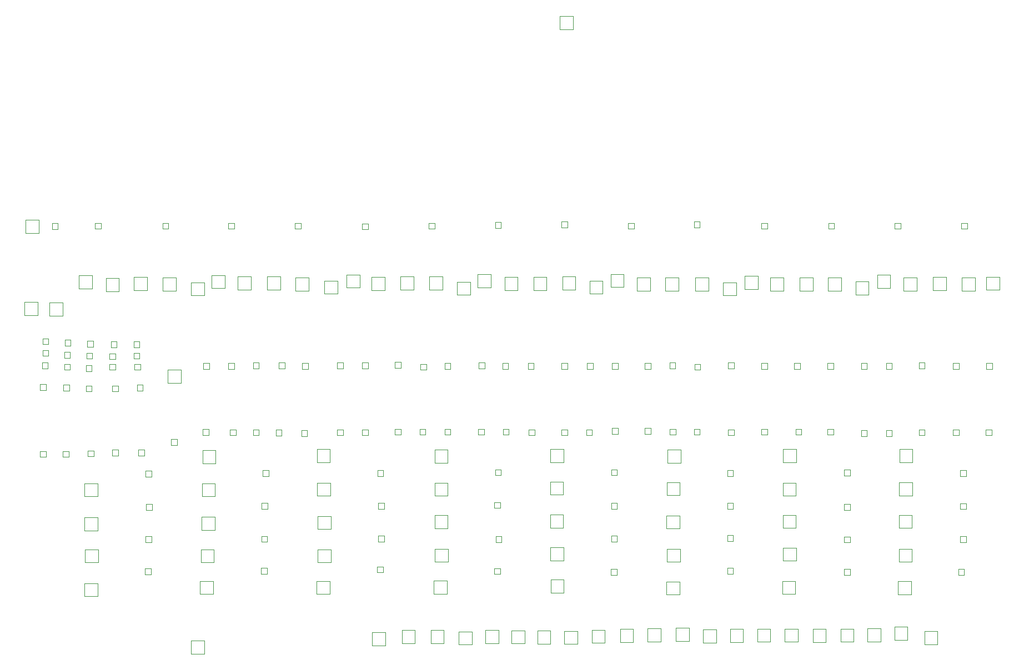
<source format=gbr>
G04 #@! TF.GenerationSoftware,KiCad,Pcbnew,(6.99.0-5233-gf2fcd4b8e1)*
G04 #@! TF.CreationDate,2023-01-05T13:17:03+01:00*
G04 #@! TF.ProjectId,208_PROGRAM_CARD_PROTO_vintage,3230385f-5052-44f4-9752-414d5f434152,1.0*
G04 #@! TF.SameCoordinates,Original*
G04 #@! TF.FileFunction,Other,User*
%FSLAX46Y46*%
G04 Gerber Fmt 4.6, Leading zero omitted, Abs format (unit mm)*
G04 Created by KiCad (PCBNEW (6.99.0-5233-gf2fcd4b8e1)) date 2023-01-05 13:17:03*
%MOMM*%
%LPD*%
G01*
G04 APERTURE LIST*
%ADD10C,0.050000*%
G04 APERTURE END LIST*
D10*
X73600000Y-71900000D02*
X74500000Y-71900000D01*
X73600000Y-72800000D02*
X73600000Y-71900000D01*
X74500000Y-71900000D02*
X74500000Y-72800000D01*
X74500000Y-72800000D02*
X73600000Y-72800000D01*
X126700000Y-80000000D02*
X126700000Y-82000000D01*
X126700000Y-80000000D02*
X128700000Y-80000000D01*
X128700000Y-82000000D02*
X126700000Y-82000000D01*
X128700000Y-82000000D02*
X128700000Y-80000000D01*
X187600000Y-80200000D02*
X187600000Y-82200000D01*
X187600000Y-80200000D02*
X189600000Y-80200000D01*
X189600000Y-82200000D02*
X187600000Y-82200000D01*
X189600000Y-82200000D02*
X189600000Y-80200000D01*
X106400000Y-80000000D02*
X106400000Y-82000000D01*
X106400000Y-80000000D02*
X108400000Y-80000000D01*
X108400000Y-82000000D02*
X106400000Y-82000000D01*
X108400000Y-82000000D02*
X108400000Y-80000000D01*
X171700000Y-80200000D02*
X171700000Y-82200000D01*
X171700000Y-80200000D02*
X173700000Y-80200000D01*
X173700000Y-82200000D02*
X171700000Y-82200000D01*
X173700000Y-82200000D02*
X173700000Y-80200000D01*
X162800000Y-80200000D02*
X162800000Y-82200000D01*
X162800000Y-80200000D02*
X164800000Y-80200000D01*
X164800000Y-82200000D02*
X162800000Y-82200000D01*
X164800000Y-82200000D02*
X164800000Y-80200000D01*
X101900000Y-80000000D02*
X101900000Y-82000000D01*
X101900000Y-80000000D02*
X103900000Y-80000000D01*
X103900000Y-82000000D02*
X101900000Y-82000000D01*
X103900000Y-82000000D02*
X103900000Y-80000000D01*
X142600000Y-80100000D02*
X142600000Y-82100000D01*
X142600000Y-80100000D02*
X144600000Y-80100000D01*
X144600000Y-82100000D02*
X142600000Y-82100000D01*
X144600000Y-82100000D02*
X144600000Y-80100000D01*
X167100000Y-80200000D02*
X167100000Y-82200000D01*
X167100000Y-80200000D02*
X169100000Y-80200000D01*
X169100000Y-82200000D02*
X167100000Y-82200000D01*
X169100000Y-82200000D02*
X169100000Y-80200000D01*
X122300000Y-80100000D02*
X122300000Y-82100000D01*
X122300000Y-80100000D02*
X124300000Y-80100000D01*
X124300000Y-82100000D02*
X122300000Y-82100000D01*
X124300000Y-82100000D02*
X124300000Y-80100000D01*
X203400000Y-80200000D02*
X203400000Y-82200000D01*
X203400000Y-80200000D02*
X205400000Y-80200000D01*
X205400000Y-82200000D02*
X203400000Y-82200000D01*
X205400000Y-82200000D02*
X205400000Y-80200000D01*
X131100000Y-80000000D02*
X131100000Y-82000000D01*
X131100000Y-80000000D02*
X133100000Y-80000000D01*
X133100000Y-82000000D02*
X131100000Y-82000000D01*
X133100000Y-82000000D02*
X133100000Y-80000000D01*
X212300000Y-80200000D02*
X212300000Y-82200000D01*
X212300000Y-80200000D02*
X214300000Y-80200000D01*
X214300000Y-82200000D02*
X212300000Y-82200000D01*
X214300000Y-82200000D02*
X214300000Y-80200000D01*
X207900000Y-80100000D02*
X207900000Y-82100000D01*
X207900000Y-80100000D02*
X209900000Y-80100000D01*
X209900000Y-82100000D02*
X207900000Y-82100000D01*
X209900000Y-82100000D02*
X209900000Y-80100000D01*
X151400000Y-80000000D02*
X151400000Y-82000000D01*
X151400000Y-80000000D02*
X153400000Y-80000000D01*
X153400000Y-82000000D02*
X151400000Y-82000000D01*
X153400000Y-82000000D02*
X153400000Y-80000000D01*
X191900000Y-80200000D02*
X191900000Y-82200000D01*
X191900000Y-80200000D02*
X193900000Y-80200000D01*
X193900000Y-82200000D02*
X191900000Y-82200000D01*
X193900000Y-82200000D02*
X193900000Y-80200000D01*
X147000000Y-80100000D02*
X147000000Y-82100000D01*
X147000000Y-80100000D02*
X149000000Y-80100000D01*
X149000000Y-82100000D02*
X147000000Y-82100000D01*
X149000000Y-82100000D02*
X149000000Y-80100000D01*
X183100000Y-80200000D02*
X183100000Y-82200000D01*
X183100000Y-80200000D02*
X185100000Y-80200000D01*
X185100000Y-82200000D02*
X183100000Y-82200000D01*
X185100000Y-82200000D02*
X185100000Y-80200000D01*
X110700000Y-80200000D02*
X110700000Y-82200000D01*
X110700000Y-80200000D02*
X112700000Y-80200000D01*
X112700000Y-82200000D02*
X110700000Y-82200000D01*
X112700000Y-82200000D02*
X112700000Y-80200000D01*
X90500000Y-80200000D02*
X90500000Y-82200000D01*
X90500000Y-80200000D02*
X92500000Y-80200000D01*
X92500000Y-82200000D02*
X90500000Y-82200000D01*
X92500000Y-82200000D02*
X92500000Y-80200000D01*
X86100000Y-80100000D02*
X86100000Y-82100000D01*
X86100000Y-80100000D02*
X88100000Y-80100000D01*
X88100000Y-82100000D02*
X86100000Y-82100000D01*
X88100000Y-82100000D02*
X88100000Y-80100000D01*
X81800000Y-80300000D02*
X81800000Y-82300000D01*
X81800000Y-80300000D02*
X83800000Y-80300000D01*
X83800000Y-82300000D02*
X81800000Y-82300000D01*
X83800000Y-82300000D02*
X83800000Y-80300000D01*
X155550000Y-80650000D02*
X155550000Y-82650000D01*
X155550000Y-80650000D02*
X157550000Y-80650000D01*
X157550000Y-82650000D02*
X155550000Y-82650000D01*
X157550000Y-82650000D02*
X157550000Y-80650000D01*
X138500000Y-79675000D02*
X138500000Y-81675000D01*
X138500000Y-79675000D02*
X140500000Y-79675000D01*
X140500000Y-81675000D02*
X138500000Y-81675000D01*
X140500000Y-81675000D02*
X140500000Y-79675000D01*
X135350000Y-80825000D02*
X135350000Y-82825000D01*
X135350000Y-80825000D02*
X137350000Y-80825000D01*
X137350000Y-82825000D02*
X135350000Y-82825000D01*
X137350000Y-82825000D02*
X137350000Y-80825000D01*
X118500000Y-79725000D02*
X118500000Y-81725000D01*
X118500000Y-79725000D02*
X120500000Y-79725000D01*
X120500000Y-81725000D02*
X118500000Y-81725000D01*
X120500000Y-81725000D02*
X120500000Y-79725000D01*
X115100000Y-80650000D02*
X115100000Y-82650000D01*
X115100000Y-80650000D02*
X117100000Y-80650000D01*
X117100000Y-82650000D02*
X115100000Y-82650000D01*
X117100000Y-82650000D02*
X117100000Y-80650000D01*
X97930000Y-79800000D02*
X97930000Y-81800000D01*
X97930000Y-79800000D02*
X99930000Y-79800000D01*
X99930000Y-81800000D02*
X97930000Y-81800000D01*
X99930000Y-81800000D02*
X99930000Y-79800000D01*
X94775000Y-80925000D02*
X94775000Y-82925000D01*
X94775000Y-80925000D02*
X96775000Y-80925000D01*
X96775000Y-82925000D02*
X94775000Y-82925000D01*
X96775000Y-82925000D02*
X96775000Y-80925000D01*
X77700000Y-79875000D02*
X77700000Y-81875000D01*
X77700000Y-79875000D02*
X79700000Y-79875000D01*
X79700000Y-81875000D02*
X77700000Y-81875000D01*
X79700000Y-81875000D02*
X79700000Y-79875000D01*
X73225000Y-84000000D02*
X73225000Y-86000000D01*
X73225000Y-84000000D02*
X75225000Y-84000000D01*
X75225000Y-86000000D02*
X73225000Y-86000000D01*
X75225000Y-86000000D02*
X75225000Y-84000000D01*
X69550000Y-71375000D02*
X69550000Y-73375000D01*
X69550000Y-71375000D02*
X71550000Y-71375000D01*
X71550000Y-73375000D02*
X69550000Y-73375000D01*
X71550000Y-73375000D02*
X71550000Y-71375000D01*
X149600000Y-106350000D02*
X149600000Y-108350000D01*
X149600000Y-106350000D02*
X151600000Y-106350000D01*
X151600000Y-108350000D02*
X149600000Y-108350000D01*
X151600000Y-108350000D02*
X151600000Y-106350000D01*
X185025000Y-111475000D02*
X185025000Y-113475000D01*
X185025000Y-111475000D02*
X187025000Y-111475000D01*
X187025000Y-113475000D02*
X185025000Y-113475000D01*
X187025000Y-113475000D02*
X187025000Y-111475000D01*
X131975000Y-121550000D02*
X131975000Y-123550000D01*
X131975000Y-121550000D02*
X133975000Y-121550000D01*
X133975000Y-123550000D02*
X131975000Y-123550000D01*
X133975000Y-123550000D02*
X133975000Y-121550000D01*
X143630000Y-134010000D02*
X143630000Y-136010000D01*
X143630000Y-134010000D02*
X145630000Y-134010000D01*
X145630000Y-136010000D02*
X143630000Y-136010000D01*
X145630000Y-136010000D02*
X145630000Y-134010000D01*
X149625000Y-126225000D02*
X149625000Y-128225000D01*
X149625000Y-126225000D02*
X151625000Y-126225000D01*
X151625000Y-128225000D02*
X149625000Y-128225000D01*
X151625000Y-128225000D02*
X151625000Y-126225000D01*
X202600000Y-126500000D02*
X202600000Y-128500000D01*
X202600000Y-126500000D02*
X204600000Y-126500000D01*
X204600000Y-128500000D02*
X202600000Y-128500000D01*
X204600000Y-128500000D02*
X204600000Y-126500000D01*
X135600000Y-134175000D02*
X135600000Y-136175000D01*
X135600000Y-134175000D02*
X137600000Y-134175000D01*
X137600000Y-136175000D02*
X135600000Y-136175000D01*
X137600000Y-136175000D02*
X137600000Y-134175000D01*
X206600000Y-134120000D02*
X206600000Y-136120000D01*
X206600000Y-134120000D02*
X208600000Y-134120000D01*
X208600000Y-136120000D02*
X206600000Y-136120000D01*
X208600000Y-136120000D02*
X208600000Y-134120000D01*
X78550000Y-116750000D02*
X78550000Y-118750000D01*
X78550000Y-116750000D02*
X80550000Y-116750000D01*
X80550000Y-118750000D02*
X78550000Y-118750000D01*
X80550000Y-118750000D02*
X80550000Y-116750000D01*
X91250000Y-94250000D02*
X91250000Y-96250000D01*
X91250000Y-94250000D02*
X93250000Y-94250000D01*
X93250000Y-96250000D02*
X91250000Y-96250000D01*
X93250000Y-96250000D02*
X93250000Y-94250000D01*
X114080000Y-116540000D02*
X114080000Y-118540000D01*
X114080000Y-116540000D02*
X116080000Y-116540000D01*
X116080000Y-118540000D02*
X114080000Y-118540000D01*
X116080000Y-118540000D02*
X116080000Y-116540000D01*
X196100000Y-80800000D02*
X196100000Y-82800000D01*
X196100000Y-80800000D02*
X198100000Y-80800000D01*
X198100000Y-82800000D02*
X196100000Y-82800000D01*
X198100000Y-82800000D02*
X198100000Y-80800000D01*
X167350000Y-121550000D02*
X167350000Y-123550000D01*
X167350000Y-121550000D02*
X169350000Y-121550000D01*
X169350000Y-123550000D02*
X167350000Y-123550000D01*
X169350000Y-123550000D02*
X169350000Y-121550000D01*
X181100000Y-133740000D02*
X181100000Y-135740000D01*
X181100000Y-133740000D02*
X183100000Y-133740000D01*
X183100000Y-135740000D02*
X181100000Y-135740000D01*
X183100000Y-135740000D02*
X183100000Y-133740000D01*
X94790000Y-135575000D02*
X94790000Y-137575000D01*
X94790000Y-135575000D02*
X96790000Y-135575000D01*
X96790000Y-137575000D02*
X94790000Y-137575000D01*
X96790000Y-137575000D02*
X96790000Y-135575000D01*
X168710000Y-133620000D02*
X168710000Y-135620000D01*
X168710000Y-133620000D02*
X170710000Y-133620000D01*
X170710000Y-135620000D02*
X168710000Y-135620000D01*
X170710000Y-135620000D02*
X170710000Y-133620000D01*
X202775000Y-106375000D02*
X202775000Y-108375000D01*
X202775000Y-106375000D02*
X204775000Y-106375000D01*
X204775000Y-108375000D02*
X202775000Y-108375000D01*
X204775000Y-108375000D02*
X204775000Y-106375000D01*
X197910000Y-133710000D02*
X197910000Y-135710000D01*
X197910000Y-133710000D02*
X199910000Y-133710000D01*
X199910000Y-135710000D02*
X197910000Y-135710000D01*
X199910000Y-135710000D02*
X199910000Y-133710000D01*
X172880000Y-133880000D02*
X172880000Y-135880000D01*
X172880000Y-133880000D02*
X174880000Y-133880000D01*
X174880000Y-135880000D02*
X172880000Y-135880000D01*
X174880000Y-135880000D02*
X174880000Y-133880000D01*
X185025000Y-116375000D02*
X185025000Y-118375000D01*
X185025000Y-116375000D02*
X187025000Y-116375000D01*
X187025000Y-118375000D02*
X185025000Y-118375000D01*
X187025000Y-118375000D02*
X187025000Y-116375000D01*
X185075000Y-106375000D02*
X185075000Y-108375000D01*
X185075000Y-106375000D02*
X187075000Y-106375000D01*
X187075000Y-108375000D02*
X185075000Y-108375000D01*
X187075000Y-108375000D02*
X187075000Y-106375000D01*
X185075000Y-121375000D02*
X185075000Y-123375000D01*
X185075000Y-121375000D02*
X187075000Y-121375000D01*
X187075000Y-123375000D02*
X185075000Y-123375000D01*
X187075000Y-123375000D02*
X187075000Y-121375000D01*
X96275000Y-121650000D02*
X96275000Y-123650000D01*
X96275000Y-121650000D02*
X98275000Y-121650000D01*
X98275000Y-123650000D02*
X96275000Y-123650000D01*
X98275000Y-123650000D02*
X98275000Y-121650000D01*
X149550000Y-116350000D02*
X149550000Y-118350000D01*
X149550000Y-116350000D02*
X151550000Y-116350000D01*
X151550000Y-118350000D02*
X149550000Y-118350000D01*
X151550000Y-118350000D02*
X151550000Y-116350000D01*
X113990000Y-106370000D02*
X113990000Y-108370000D01*
X113990000Y-106370000D02*
X115990000Y-106370000D01*
X115990000Y-108370000D02*
X113990000Y-108370000D01*
X115990000Y-108370000D02*
X115990000Y-106370000D01*
X131810000Y-126410000D02*
X131810000Y-128410000D01*
X131810000Y-126410000D02*
X133810000Y-126410000D01*
X133810000Y-128410000D02*
X131810000Y-128410000D01*
X133810000Y-128410000D02*
X133810000Y-126410000D01*
X78550000Y-111575000D02*
X78550000Y-113575000D01*
X78550000Y-111575000D02*
X80550000Y-111575000D01*
X80550000Y-113575000D02*
X78550000Y-113575000D01*
X80550000Y-113575000D02*
X80550000Y-111575000D01*
X155900000Y-133900000D02*
X155900000Y-135900000D01*
X155900000Y-133900000D02*
X157900000Y-133900000D01*
X157900000Y-135900000D02*
X155900000Y-135900000D01*
X157900000Y-135900000D02*
X157900000Y-133900000D01*
X176960000Y-133770000D02*
X176960000Y-135770000D01*
X176960000Y-133770000D02*
X178960000Y-133770000D01*
X178960000Y-135770000D02*
X176960000Y-135770000D01*
X178960000Y-135770000D02*
X178960000Y-133770000D01*
X158750000Y-79650000D02*
X158750000Y-81650000D01*
X158750000Y-79650000D02*
X160750000Y-79650000D01*
X160750000Y-81650000D02*
X158750000Y-81650000D01*
X160750000Y-81650000D02*
X160750000Y-79650000D01*
X167250000Y-116475000D02*
X167250000Y-118475000D01*
X167250000Y-116475000D02*
X169250000Y-116475000D01*
X169250000Y-118475000D02*
X167250000Y-118475000D01*
X169250000Y-118475000D02*
X169250000Y-116475000D01*
X96130000Y-126450000D02*
X96130000Y-128450000D01*
X96130000Y-126450000D02*
X98130000Y-126450000D01*
X98130000Y-128450000D02*
X96130000Y-128450000D01*
X98130000Y-128450000D02*
X98130000Y-126450000D01*
X199400000Y-79750000D02*
X199400000Y-81750000D01*
X199400000Y-79750000D02*
X201400000Y-79750000D01*
X201400000Y-81750000D02*
X199400000Y-81750000D01*
X201400000Y-81750000D02*
X201400000Y-79750000D01*
X202700000Y-121550000D02*
X202700000Y-123550000D01*
X202700000Y-121550000D02*
X204700000Y-121550000D01*
X204700000Y-123550000D02*
X202700000Y-123550000D01*
X204700000Y-123550000D02*
X204700000Y-121550000D01*
X202040000Y-133430000D02*
X202040000Y-135430000D01*
X202040000Y-133430000D02*
X204040000Y-133430000D01*
X204040000Y-135430000D02*
X202040000Y-135430000D01*
X204040000Y-135430000D02*
X204040000Y-133430000D01*
X78625000Y-121650000D02*
X78625000Y-123650000D01*
X78625000Y-121650000D02*
X80625000Y-121650000D01*
X80625000Y-123650000D02*
X78625000Y-123650000D01*
X80625000Y-123650000D02*
X80625000Y-121650000D01*
X96400000Y-116700000D02*
X96400000Y-118700000D01*
X96400000Y-116700000D02*
X98400000Y-116700000D01*
X98400000Y-118700000D02*
X96400000Y-118700000D01*
X98400000Y-118700000D02*
X98400000Y-116700000D01*
X131320000Y-133980000D02*
X131320000Y-135980000D01*
X131320000Y-133980000D02*
X133320000Y-133980000D01*
X133320000Y-135980000D02*
X131320000Y-135980000D01*
X133320000Y-135980000D02*
X133320000Y-133980000D01*
X202700000Y-116375000D02*
X202700000Y-118375000D01*
X202700000Y-116375000D02*
X204700000Y-116375000D01*
X204700000Y-118375000D02*
X202700000Y-118375000D01*
X204700000Y-118375000D02*
X204700000Y-116375000D01*
X175925000Y-80925000D02*
X175925000Y-82925000D01*
X175925000Y-80925000D02*
X177925000Y-80925000D01*
X177925000Y-82925000D02*
X175925000Y-82925000D01*
X177925000Y-82925000D02*
X177925000Y-80925000D01*
X131925000Y-116425000D02*
X131925000Y-118425000D01*
X131925000Y-116425000D02*
X133925000Y-116425000D01*
X133925000Y-118425000D02*
X131925000Y-118425000D01*
X133925000Y-118425000D02*
X133925000Y-116425000D01*
X139680000Y-133950000D02*
X139680000Y-135950000D01*
X139680000Y-133950000D02*
X141680000Y-133950000D01*
X141680000Y-135950000D02*
X139680000Y-135950000D01*
X141680000Y-135950000D02*
X141680000Y-133950000D01*
X131925000Y-111475000D02*
X131925000Y-113475000D01*
X131925000Y-111475000D02*
X133925000Y-111475000D01*
X133925000Y-113475000D02*
X131925000Y-113475000D01*
X133925000Y-113475000D02*
X133925000Y-111475000D01*
X193800000Y-133740000D02*
X193800000Y-135740000D01*
X193800000Y-133740000D02*
X195800000Y-133740000D01*
X195800000Y-135740000D02*
X193800000Y-135740000D01*
X195800000Y-135740000D02*
X195800000Y-133740000D01*
X167300000Y-111375000D02*
X167300000Y-113375000D01*
X167300000Y-111375000D02*
X169300000Y-111375000D01*
X169300000Y-113375000D02*
X167300000Y-113375000D01*
X169300000Y-113375000D02*
X169300000Y-111375000D01*
X151700000Y-134075000D02*
X151700000Y-136075000D01*
X151700000Y-134075000D02*
X153700000Y-134075000D01*
X153700000Y-136075000D02*
X151700000Y-136075000D01*
X153700000Y-136075000D02*
X153700000Y-134075000D01*
X96525000Y-106500000D02*
X96525000Y-108500000D01*
X96525000Y-106500000D02*
X98525000Y-106500000D01*
X98525000Y-108500000D02*
X96525000Y-108500000D01*
X98525000Y-108500000D02*
X98525000Y-106500000D01*
X114125000Y-121650000D02*
X114125000Y-123650000D01*
X114125000Y-121650000D02*
X116125000Y-121650000D01*
X116125000Y-123650000D02*
X114125000Y-123650000D01*
X116125000Y-123650000D02*
X116125000Y-121650000D01*
X184925000Y-126450000D02*
X184925000Y-128450000D01*
X184925000Y-126450000D02*
X186925000Y-126450000D01*
X186925000Y-128450000D02*
X184925000Y-128450000D01*
X186925000Y-128450000D02*
X186925000Y-126450000D01*
X149550000Y-111300000D02*
X149550000Y-113300000D01*
X149550000Y-111300000D02*
X151550000Y-111300000D01*
X151550000Y-113300000D02*
X149550000Y-113300000D01*
X151550000Y-113300000D02*
X151550000Y-111300000D01*
X179200000Y-79925000D02*
X179200000Y-81925000D01*
X179200000Y-79925000D02*
X181200000Y-79925000D01*
X181200000Y-81925000D02*
X179200000Y-81925000D01*
X181200000Y-81925000D02*
X181200000Y-79925000D01*
X185330000Y-133740000D02*
X185330000Y-135740000D01*
X185330000Y-133740000D02*
X187330000Y-133740000D01*
X187330000Y-135740000D02*
X185330000Y-135740000D01*
X187330000Y-135740000D02*
X187330000Y-133740000D01*
X167425000Y-106450000D02*
X167425000Y-108450000D01*
X167425000Y-106450000D02*
X169425000Y-106450000D01*
X169425000Y-108450000D02*
X167425000Y-108450000D01*
X169425000Y-108450000D02*
X169425000Y-106450000D01*
X160200000Y-133800000D02*
X160200000Y-135800000D01*
X160200000Y-133800000D02*
X162200000Y-133800000D01*
X162200000Y-135800000D02*
X160200000Y-135800000D01*
X162200000Y-135800000D02*
X162200000Y-133800000D01*
X147600000Y-134025000D02*
X147600000Y-136025000D01*
X147600000Y-134025000D02*
X149600000Y-134025000D01*
X149600000Y-136025000D02*
X147600000Y-136025000D01*
X149600000Y-136025000D02*
X149600000Y-134025000D01*
X113950000Y-126450000D02*
X113950000Y-128450000D01*
X113950000Y-126450000D02*
X115950000Y-126450000D01*
X115950000Y-128450000D02*
X113950000Y-128450000D01*
X115950000Y-128450000D02*
X115950000Y-126450000D01*
X189570000Y-133810000D02*
X189570000Y-135810000D01*
X189570000Y-133810000D02*
X191570000Y-133810000D01*
X191570000Y-135810000D02*
X189570000Y-135810000D01*
X191570000Y-135810000D02*
X191570000Y-133810000D01*
X96450000Y-111575000D02*
X96450000Y-113575000D01*
X96450000Y-111575000D02*
X98450000Y-111575000D01*
X98450000Y-113575000D02*
X96450000Y-113575000D01*
X98450000Y-113575000D02*
X98450000Y-111575000D01*
X202725000Y-111425000D02*
X202725000Y-113425000D01*
X202725000Y-111425000D02*
X204725000Y-111425000D01*
X204725000Y-113425000D02*
X202725000Y-113425000D01*
X204725000Y-113425000D02*
X204725000Y-111425000D01*
X69400000Y-83900000D02*
X69400000Y-85900000D01*
X69400000Y-83900000D02*
X71400000Y-83900000D01*
X71400000Y-85900000D02*
X69400000Y-85900000D01*
X71400000Y-85900000D02*
X71400000Y-83900000D01*
X164410000Y-133690000D02*
X164410000Y-135690000D01*
X164410000Y-133690000D02*
X166410000Y-133690000D01*
X166410000Y-135690000D02*
X164410000Y-135690000D01*
X166410000Y-135690000D02*
X166410000Y-133690000D01*
X122400000Y-134310000D02*
X122400000Y-136310000D01*
X122400000Y-134310000D02*
X124400000Y-134310000D01*
X124400000Y-136310000D02*
X122400000Y-136310000D01*
X124400000Y-136310000D02*
X124400000Y-134310000D01*
X78550000Y-126800000D02*
X78550000Y-128800000D01*
X78550000Y-126800000D02*
X80550000Y-126800000D01*
X80550000Y-128800000D02*
X78550000Y-128800000D01*
X80550000Y-128800000D02*
X80550000Y-126800000D01*
X149580000Y-121330000D02*
X149580000Y-123330000D01*
X149580000Y-121330000D02*
X151580000Y-121330000D01*
X151580000Y-123330000D02*
X149580000Y-123330000D01*
X151580000Y-123330000D02*
X151580000Y-121330000D01*
X216050000Y-80075000D02*
X216050000Y-82075000D01*
X216050000Y-80075000D02*
X218050000Y-80075000D01*
X218050000Y-82075000D02*
X216050000Y-82075000D01*
X218050000Y-82075000D02*
X218050000Y-80075000D01*
X167250000Y-126550000D02*
X167250000Y-128550000D01*
X167250000Y-126550000D02*
X169250000Y-126550000D01*
X169250000Y-128550000D02*
X167250000Y-128550000D01*
X169250000Y-128550000D02*
X169250000Y-126550000D01*
X131925000Y-106450000D02*
X131925000Y-108450000D01*
X131925000Y-106450000D02*
X133925000Y-106450000D01*
X133925000Y-108450000D02*
X131925000Y-108450000D01*
X133925000Y-108450000D02*
X133925000Y-106450000D01*
X126925000Y-133975000D02*
X126925000Y-135975000D01*
X126925000Y-133975000D02*
X128925000Y-133975000D01*
X128925000Y-135975000D02*
X126925000Y-135975000D01*
X128925000Y-135975000D02*
X128925000Y-133975000D01*
X114025000Y-111475000D02*
X114025000Y-113475000D01*
X114025000Y-111475000D02*
X116025000Y-111475000D01*
X116025000Y-113475000D02*
X114025000Y-113475000D01*
X116025000Y-113475000D02*
X116025000Y-111475000D01*
X80150000Y-71850000D02*
X81050000Y-71850000D01*
X80150000Y-72750000D02*
X80150000Y-71850000D01*
X81050000Y-71850000D02*
X81050000Y-72750000D01*
X81050000Y-72750000D02*
X80150000Y-72750000D01*
X90450000Y-71850000D02*
X91350000Y-71850000D01*
X90450000Y-72750000D02*
X90450000Y-71850000D01*
X91350000Y-71850000D02*
X91350000Y-72750000D01*
X91350000Y-72750000D02*
X90450000Y-72750000D01*
X100450000Y-71850000D02*
X101350000Y-71850000D01*
X100450000Y-72750000D02*
X100450000Y-71850000D01*
X101350000Y-71850000D02*
X101350000Y-72750000D01*
X101350000Y-72750000D02*
X100450000Y-72750000D01*
X110650000Y-71850000D02*
X111550000Y-71850000D01*
X110650000Y-72750000D02*
X110650000Y-71850000D01*
X111550000Y-71850000D02*
X111550000Y-72750000D01*
X111550000Y-72750000D02*
X110650000Y-72750000D01*
X120850000Y-71950000D02*
X121750000Y-71950000D01*
X120850000Y-72850000D02*
X120850000Y-71950000D01*
X121750000Y-71950000D02*
X121750000Y-72850000D01*
X121750000Y-72850000D02*
X120850000Y-72850000D01*
X131050000Y-71850000D02*
X131950000Y-71850000D01*
X131050000Y-72750000D02*
X131050000Y-71850000D01*
X131950000Y-71850000D02*
X131950000Y-72750000D01*
X131950000Y-72750000D02*
X131050000Y-72750000D01*
X141150000Y-71750000D02*
X142050000Y-71750000D01*
X141150000Y-72650000D02*
X141150000Y-71750000D01*
X142050000Y-71750000D02*
X142050000Y-72650000D01*
X142050000Y-72650000D02*
X141150000Y-72650000D01*
X151250000Y-71650000D02*
X152150000Y-71650000D01*
X151250000Y-72550000D02*
X151250000Y-71650000D01*
X152150000Y-71650000D02*
X152150000Y-72550000D01*
X152150000Y-72550000D02*
X151250000Y-72550000D01*
X161450000Y-71850000D02*
X162350000Y-71850000D01*
X161450000Y-72750000D02*
X161450000Y-71850000D01*
X162350000Y-71850000D02*
X162350000Y-72750000D01*
X162350000Y-72750000D02*
X161450000Y-72750000D01*
X171450000Y-71650000D02*
X172350000Y-71650000D01*
X171450000Y-72550000D02*
X171450000Y-71650000D01*
X172350000Y-71650000D02*
X172350000Y-72550000D01*
X172350000Y-72550000D02*
X171450000Y-72550000D01*
X181750000Y-71850000D02*
X182650000Y-71850000D01*
X181750000Y-72750000D02*
X181750000Y-71850000D01*
X182650000Y-71850000D02*
X182650000Y-72750000D01*
X182650000Y-72750000D02*
X181750000Y-72750000D01*
X191950000Y-71850000D02*
X192850000Y-71850000D01*
X191950000Y-72750000D02*
X191950000Y-71850000D01*
X192850000Y-71850000D02*
X192850000Y-72750000D01*
X192850000Y-72750000D02*
X191950000Y-72750000D01*
X202050000Y-71850000D02*
X202950000Y-71850000D01*
X202050000Y-72750000D02*
X202050000Y-71850000D01*
X202950000Y-71850000D02*
X202950000Y-72750000D01*
X202950000Y-72750000D02*
X202050000Y-72750000D01*
X212250000Y-71850000D02*
X213150000Y-71850000D01*
X212250000Y-72750000D02*
X212250000Y-71850000D01*
X213150000Y-71850000D02*
X213150000Y-72750000D01*
X213150000Y-72750000D02*
X212250000Y-72750000D01*
X86050000Y-89950000D02*
X86950000Y-89950000D01*
X86050000Y-90850000D02*
X86050000Y-89950000D01*
X86950000Y-89950000D02*
X86950000Y-90850000D01*
X86950000Y-90850000D02*
X86050000Y-90850000D01*
X86050000Y-91650000D02*
X86950000Y-91650000D01*
X86050000Y-92550000D02*
X86050000Y-91650000D01*
X86950000Y-91650000D02*
X86950000Y-92550000D01*
X86950000Y-92550000D02*
X86050000Y-92550000D01*
X86150000Y-93350000D02*
X87050000Y-93350000D01*
X86150000Y-94250000D02*
X86150000Y-93350000D01*
X87050000Y-93350000D02*
X87050000Y-94250000D01*
X87050000Y-94250000D02*
X86150000Y-94250000D01*
X82350000Y-93350000D02*
X83250000Y-93350000D01*
X82350000Y-94250000D02*
X82350000Y-93350000D01*
X83250000Y-93350000D02*
X83250000Y-94250000D01*
X83250000Y-94250000D02*
X82350000Y-94250000D01*
X82350000Y-91750000D02*
X83250000Y-91750000D01*
X82350000Y-92650000D02*
X82350000Y-91750000D01*
X83250000Y-91750000D02*
X83250000Y-92650000D01*
X83250000Y-92650000D02*
X82350000Y-92650000D01*
X82550000Y-89950000D02*
X83450000Y-89950000D01*
X82550000Y-90850000D02*
X82550000Y-89950000D01*
X83450000Y-89950000D02*
X83450000Y-90850000D01*
X83450000Y-90850000D02*
X82550000Y-90850000D01*
X78950000Y-89850000D02*
X79850000Y-89850000D01*
X78950000Y-90750000D02*
X78950000Y-89850000D01*
X79850000Y-89850000D02*
X79850000Y-90750000D01*
X79850000Y-90750000D02*
X78950000Y-90750000D01*
X78850000Y-91650000D02*
X79750000Y-91650000D01*
X78850000Y-92550000D02*
X78850000Y-91650000D01*
X79750000Y-91650000D02*
X79750000Y-92550000D01*
X79750000Y-92550000D02*
X78850000Y-92550000D01*
X78750000Y-93550000D02*
X79650000Y-93550000D01*
X78750000Y-94450000D02*
X78750000Y-93550000D01*
X79650000Y-93550000D02*
X79650000Y-94450000D01*
X79650000Y-94450000D02*
X78750000Y-94450000D01*
X75450000Y-93350000D02*
X76350000Y-93350000D01*
X75450000Y-94250000D02*
X75450000Y-93350000D01*
X76350000Y-93350000D02*
X76350000Y-94250000D01*
X76350000Y-94250000D02*
X75450000Y-94250000D01*
X75450000Y-91550000D02*
X76350000Y-91550000D01*
X75450000Y-92450000D02*
X75450000Y-91550000D01*
X76350000Y-91550000D02*
X76350000Y-92450000D01*
X76350000Y-92450000D02*
X75450000Y-92450000D01*
X75550000Y-89650000D02*
X76450000Y-89650000D01*
X75550000Y-90550000D02*
X75550000Y-89650000D01*
X76450000Y-89650000D02*
X76450000Y-90550000D01*
X76450000Y-90550000D02*
X75550000Y-90550000D01*
X72150000Y-89450000D02*
X73050000Y-89450000D01*
X72150000Y-90350000D02*
X72150000Y-89450000D01*
X73050000Y-89450000D02*
X73050000Y-90350000D01*
X73050000Y-90350000D02*
X72150000Y-90350000D01*
X72150000Y-91250000D02*
X73050000Y-91250000D01*
X72150000Y-92150000D02*
X72150000Y-91250000D01*
X73050000Y-91250000D02*
X73050000Y-92150000D01*
X73050000Y-92150000D02*
X72150000Y-92150000D01*
X72050000Y-93150000D02*
X72950000Y-93150000D01*
X72050000Y-94050000D02*
X72050000Y-93150000D01*
X72950000Y-93150000D02*
X72950000Y-94050000D01*
X72950000Y-94050000D02*
X72050000Y-94050000D01*
X71790000Y-96460000D02*
X72690000Y-96460000D01*
X71790000Y-97360000D02*
X71790000Y-96460000D01*
X72690000Y-96460000D02*
X72690000Y-97360000D01*
X72690000Y-97360000D02*
X71790000Y-97360000D01*
X75350000Y-96550000D02*
X76250000Y-96550000D01*
X75350000Y-97450000D02*
X75350000Y-96550000D01*
X76250000Y-96550000D02*
X76250000Y-97450000D01*
X76250000Y-97450000D02*
X75350000Y-97450000D01*
X78750000Y-96650000D02*
X79650000Y-96650000D01*
X78750000Y-97550000D02*
X78750000Y-96650000D01*
X79650000Y-96650000D02*
X79650000Y-97550000D01*
X79650000Y-97550000D02*
X78750000Y-97550000D01*
X82750000Y-96650000D02*
X83650000Y-96650000D01*
X82750000Y-97550000D02*
X82750000Y-96650000D01*
X83650000Y-96650000D02*
X83650000Y-97550000D01*
X83650000Y-97550000D02*
X82750000Y-97550000D01*
X86550000Y-96550000D02*
X87450000Y-96550000D01*
X86550000Y-97450000D02*
X86550000Y-96550000D01*
X87450000Y-96550000D02*
X87450000Y-97450000D01*
X87450000Y-97450000D02*
X86550000Y-97450000D01*
X71750000Y-106650000D02*
X72650000Y-106650000D01*
X71750000Y-107550000D02*
X71750000Y-106650000D01*
X72650000Y-106650000D02*
X72650000Y-107550000D01*
X72650000Y-107550000D02*
X71750000Y-107550000D01*
X75250000Y-106650000D02*
X76150000Y-106650000D01*
X75250000Y-107550000D02*
X75250000Y-106650000D01*
X76150000Y-106650000D02*
X76150000Y-107550000D01*
X76150000Y-107550000D02*
X75250000Y-107550000D01*
X79050000Y-106550000D02*
X79950000Y-106550000D01*
X79050000Y-107450000D02*
X79050000Y-106550000D01*
X79950000Y-106550000D02*
X79950000Y-107450000D01*
X79950000Y-107450000D02*
X79050000Y-107450000D01*
X82750000Y-106450000D02*
X83650000Y-106450000D01*
X82750000Y-107350000D02*
X82750000Y-106450000D01*
X83650000Y-106450000D02*
X83650000Y-107350000D01*
X83650000Y-107350000D02*
X82750000Y-107350000D01*
X86750000Y-106450000D02*
X87650000Y-106450000D01*
X86750000Y-107350000D02*
X86750000Y-106450000D01*
X87650000Y-106450000D02*
X87650000Y-107350000D01*
X87650000Y-107350000D02*
X86750000Y-107350000D01*
X91750000Y-104850000D02*
X92650000Y-104850000D01*
X91750000Y-105750000D02*
X91750000Y-104850000D01*
X92650000Y-104850000D02*
X92650000Y-105750000D01*
X92650000Y-105750000D02*
X91750000Y-105750000D01*
X96650000Y-93250000D02*
X97550000Y-93250000D01*
X96650000Y-94150000D02*
X96650000Y-93250000D01*
X97550000Y-93250000D02*
X97550000Y-94150000D01*
X97550000Y-94150000D02*
X96650000Y-94150000D01*
X100450000Y-93250000D02*
X101350000Y-93250000D01*
X100450000Y-94150000D02*
X100450000Y-93250000D01*
X101350000Y-93250000D02*
X101350000Y-94150000D01*
X101350000Y-94150000D02*
X100450000Y-94150000D01*
X104250000Y-93150000D02*
X105150000Y-93150000D01*
X104250000Y-94050000D02*
X104250000Y-93150000D01*
X105150000Y-93150000D02*
X105150000Y-94050000D01*
X105150000Y-94050000D02*
X104250000Y-94050000D01*
X108150000Y-93150000D02*
X109050000Y-93150000D01*
X108150000Y-94050000D02*
X108150000Y-93150000D01*
X109050000Y-93150000D02*
X109050000Y-94050000D01*
X109050000Y-94050000D02*
X108150000Y-94050000D01*
X111750000Y-93250000D02*
X112650000Y-93250000D01*
X111750000Y-94150000D02*
X111750000Y-93250000D01*
X112650000Y-93250000D02*
X112650000Y-94150000D01*
X112650000Y-94150000D02*
X111750000Y-94150000D01*
X96600000Y-103300000D02*
X97500000Y-103300000D01*
X96600000Y-104200000D02*
X96600000Y-103300000D01*
X97500000Y-103300000D02*
X97500000Y-104200000D01*
X97500000Y-104200000D02*
X96600000Y-104200000D01*
X100750000Y-103350000D02*
X101650000Y-103350000D01*
X100750000Y-104250000D02*
X100750000Y-103350000D01*
X101650000Y-103350000D02*
X101650000Y-104250000D01*
X101650000Y-104250000D02*
X100750000Y-104250000D01*
X104250000Y-103350000D02*
X105150000Y-103350000D01*
X104250000Y-104250000D02*
X104250000Y-103350000D01*
X105150000Y-103350000D02*
X105150000Y-104250000D01*
X105150000Y-104250000D02*
X104250000Y-104250000D01*
X107700000Y-103400000D02*
X108600000Y-103400000D01*
X107700000Y-104300000D02*
X107700000Y-103400000D01*
X108600000Y-103400000D02*
X108600000Y-104300000D01*
X108600000Y-104300000D02*
X107700000Y-104300000D01*
X111600000Y-103450000D02*
X112500000Y-103450000D01*
X111600000Y-104350000D02*
X111600000Y-103450000D01*
X112500000Y-103450000D02*
X112500000Y-104350000D01*
X112500000Y-104350000D02*
X111600000Y-104350000D01*
X120850000Y-103350000D02*
X121750000Y-103350000D01*
X120850000Y-104250000D02*
X120850000Y-103350000D01*
X121750000Y-103350000D02*
X121750000Y-104250000D01*
X121750000Y-104250000D02*
X120850000Y-104250000D01*
X117050000Y-103350000D02*
X117950000Y-103350000D01*
X117050000Y-104250000D02*
X117050000Y-103350000D01*
X117950000Y-103350000D02*
X117950000Y-104250000D01*
X117950000Y-104250000D02*
X117050000Y-104250000D01*
X117050000Y-93150000D02*
X117950000Y-93150000D01*
X117050000Y-94050000D02*
X117050000Y-93150000D01*
X117950000Y-93150000D02*
X117950000Y-94050000D01*
X117950000Y-94050000D02*
X117050000Y-94050000D01*
X120850000Y-93150000D02*
X121750000Y-93150000D01*
X120850000Y-94050000D02*
X120850000Y-93150000D01*
X121750000Y-93150000D02*
X121750000Y-94050000D01*
X121750000Y-94050000D02*
X120850000Y-94050000D01*
X133450000Y-103250000D02*
X134350000Y-103250000D01*
X133450000Y-104150000D02*
X133450000Y-103250000D01*
X134350000Y-103250000D02*
X134350000Y-104150000D01*
X134350000Y-104150000D02*
X133450000Y-104150000D01*
X129650000Y-103250000D02*
X130550000Y-103250000D01*
X129650000Y-104150000D02*
X129650000Y-103250000D01*
X130550000Y-103250000D02*
X130550000Y-104150000D01*
X130550000Y-104150000D02*
X129650000Y-104150000D01*
X125850000Y-103250000D02*
X126750000Y-103250000D01*
X125850000Y-104150000D02*
X125850000Y-103250000D01*
X126750000Y-103250000D02*
X126750000Y-104150000D01*
X126750000Y-104150000D02*
X125850000Y-104150000D01*
X125850000Y-93050000D02*
X126750000Y-93050000D01*
X125850000Y-93950000D02*
X125850000Y-93050000D01*
X126750000Y-93050000D02*
X126750000Y-93950000D01*
X126750000Y-93950000D02*
X125850000Y-93950000D01*
X129750000Y-93350000D02*
X130650000Y-93350000D01*
X129750000Y-94250000D02*
X129750000Y-93350000D01*
X130650000Y-93350000D02*
X130650000Y-94250000D01*
X130650000Y-94250000D02*
X129750000Y-94250000D01*
X133450000Y-93250000D02*
X134350000Y-93250000D01*
X133450000Y-94150000D02*
X133450000Y-93250000D01*
X134350000Y-93250000D02*
X134350000Y-94150000D01*
X134350000Y-94150000D02*
X133450000Y-94150000D01*
X146150000Y-93250000D02*
X147050000Y-93250000D01*
X146150000Y-94150000D02*
X146150000Y-93250000D01*
X147050000Y-93250000D02*
X147050000Y-94150000D01*
X147050000Y-94150000D02*
X146150000Y-94150000D01*
X142250000Y-93250000D02*
X143150000Y-93250000D01*
X142250000Y-94150000D02*
X142250000Y-93250000D01*
X143150000Y-93250000D02*
X143150000Y-94150000D01*
X143150000Y-94150000D02*
X142250000Y-94150000D01*
X138650000Y-93150000D02*
X139550000Y-93150000D01*
X138650000Y-94050000D02*
X138650000Y-93150000D01*
X139550000Y-93150000D02*
X139550000Y-94050000D01*
X139550000Y-94050000D02*
X138650000Y-94050000D01*
X138550000Y-103250000D02*
X139450000Y-103250000D01*
X138550000Y-104150000D02*
X138550000Y-103250000D01*
X139450000Y-103250000D02*
X139450000Y-104150000D01*
X139450000Y-104150000D02*
X138550000Y-104150000D01*
X142350000Y-103250000D02*
X143250000Y-103250000D01*
X142350000Y-104150000D02*
X142350000Y-103250000D01*
X143250000Y-103250000D02*
X143250000Y-104150000D01*
X143250000Y-104150000D02*
X142350000Y-104150000D01*
X146250000Y-103350000D02*
X147150000Y-103350000D01*
X146250000Y-104250000D02*
X146250000Y-103350000D01*
X147150000Y-103350000D02*
X147150000Y-104250000D01*
X147150000Y-104250000D02*
X146250000Y-104250000D01*
X158950000Y-103150000D02*
X159850000Y-103150000D01*
X158950000Y-104050000D02*
X158950000Y-103150000D01*
X159850000Y-103150000D02*
X159850000Y-104050000D01*
X159850000Y-104050000D02*
X158950000Y-104050000D01*
X155050000Y-103350000D02*
X155950000Y-103350000D01*
X155050000Y-104250000D02*
X155050000Y-103350000D01*
X155950000Y-103350000D02*
X155950000Y-104250000D01*
X155950000Y-104250000D02*
X155050000Y-104250000D01*
X151250000Y-103350000D02*
X152150000Y-103350000D01*
X151250000Y-104250000D02*
X151250000Y-103350000D01*
X152150000Y-103350000D02*
X152150000Y-104250000D01*
X152150000Y-104250000D02*
X151250000Y-104250000D01*
X151250000Y-93250000D02*
X152150000Y-93250000D01*
X151250000Y-94150000D02*
X151250000Y-93250000D01*
X152150000Y-93250000D02*
X152150000Y-94150000D01*
X152150000Y-94150000D02*
X151250000Y-94150000D01*
X155150000Y-93250000D02*
X156050000Y-93250000D01*
X155150000Y-94150000D02*
X155150000Y-93250000D01*
X156050000Y-93250000D02*
X156050000Y-94150000D01*
X156050000Y-94150000D02*
X155150000Y-94150000D01*
X158950000Y-93250000D02*
X159850000Y-93250000D01*
X158950000Y-94150000D02*
X158950000Y-93250000D01*
X159850000Y-93250000D02*
X159850000Y-94150000D01*
X159850000Y-94150000D02*
X158950000Y-94150000D01*
X171550000Y-93350000D02*
X172450000Y-93350000D01*
X171550000Y-94250000D02*
X171550000Y-93350000D01*
X172450000Y-93350000D02*
X172450000Y-94250000D01*
X172450000Y-94250000D02*
X171550000Y-94250000D01*
X167750000Y-93150000D02*
X168650000Y-93150000D01*
X167750000Y-94050000D02*
X167750000Y-93150000D01*
X168650000Y-93150000D02*
X168650000Y-94050000D01*
X168650000Y-94050000D02*
X167750000Y-94050000D01*
X163950000Y-93250000D02*
X164850000Y-93250000D01*
X163950000Y-94150000D02*
X163950000Y-93250000D01*
X164850000Y-93250000D02*
X164850000Y-94150000D01*
X164850000Y-94150000D02*
X163950000Y-94150000D01*
X163950000Y-103150000D02*
X164850000Y-103150000D01*
X163950000Y-104050000D02*
X163950000Y-103150000D01*
X164850000Y-103150000D02*
X164850000Y-104050000D01*
X164850000Y-104050000D02*
X163950000Y-104050000D01*
X167800000Y-103250000D02*
X168700000Y-103250000D01*
X167800000Y-104150000D02*
X167800000Y-103250000D01*
X168700000Y-103250000D02*
X168700000Y-104150000D01*
X168700000Y-104150000D02*
X167800000Y-104150000D01*
X171450000Y-103250000D02*
X172350000Y-103250000D01*
X171450000Y-104150000D02*
X171450000Y-103250000D01*
X172350000Y-103250000D02*
X172350000Y-104150000D01*
X172350000Y-104150000D02*
X171450000Y-104150000D01*
X176650000Y-103350000D02*
X177550000Y-103350000D01*
X176650000Y-104250000D02*
X176650000Y-103350000D01*
X177550000Y-103350000D02*
X177550000Y-104250000D01*
X177550000Y-104250000D02*
X176650000Y-104250000D01*
X176650000Y-93150000D02*
X177550000Y-93150000D01*
X176650000Y-94050000D02*
X176650000Y-93150000D01*
X177550000Y-93150000D02*
X177550000Y-94050000D01*
X177550000Y-94050000D02*
X176650000Y-94050000D01*
X181750000Y-93250000D02*
X182650000Y-93250000D01*
X181750000Y-94150000D02*
X181750000Y-93250000D01*
X182650000Y-93250000D02*
X182650000Y-94150000D01*
X182650000Y-94150000D02*
X181750000Y-94150000D01*
X181750000Y-103250000D02*
X182650000Y-103250000D01*
X181750000Y-104150000D02*
X181750000Y-103250000D01*
X182650000Y-103250000D02*
X182650000Y-104150000D01*
X182650000Y-104150000D02*
X181750000Y-104150000D01*
X186950000Y-103250000D02*
X187850000Y-103250000D01*
X186950000Y-104150000D02*
X186950000Y-103250000D01*
X187850000Y-103250000D02*
X187850000Y-104150000D01*
X187850000Y-104150000D02*
X186950000Y-104150000D01*
X186750000Y-93250000D02*
X187650000Y-93250000D01*
X186750000Y-94150000D02*
X186750000Y-93250000D01*
X187650000Y-93250000D02*
X187650000Y-94150000D01*
X187650000Y-94150000D02*
X186750000Y-94150000D01*
X200750000Y-93250000D02*
X201650000Y-93250000D01*
X200750000Y-94150000D02*
X200750000Y-93250000D01*
X201650000Y-93250000D02*
X201650000Y-94150000D01*
X201650000Y-94150000D02*
X200750000Y-94150000D01*
X196950000Y-93250000D02*
X197850000Y-93250000D01*
X196950000Y-94150000D02*
X196950000Y-93250000D01*
X197850000Y-93250000D02*
X197850000Y-94150000D01*
X197850000Y-94150000D02*
X196950000Y-94150000D01*
X191850000Y-93250000D02*
X192750000Y-93250000D01*
X191850000Y-94150000D02*
X191850000Y-93250000D01*
X192750000Y-93250000D02*
X192750000Y-94150000D01*
X192750000Y-94150000D02*
X191850000Y-94150000D01*
X191850000Y-103250000D02*
X192750000Y-103250000D01*
X191850000Y-104150000D02*
X191850000Y-103250000D01*
X192750000Y-103250000D02*
X192750000Y-104150000D01*
X192750000Y-104150000D02*
X191850000Y-104150000D01*
X196950000Y-103450000D02*
X197850000Y-103450000D01*
X196950000Y-104350000D02*
X196950000Y-103450000D01*
X197850000Y-103450000D02*
X197850000Y-104350000D01*
X197850000Y-104350000D02*
X196950000Y-104350000D01*
X200750000Y-103450000D02*
X201650000Y-103450000D01*
X200750000Y-104350000D02*
X200750000Y-103450000D01*
X201650000Y-103450000D02*
X201650000Y-104350000D01*
X201650000Y-104350000D02*
X200750000Y-104350000D01*
X205750000Y-103350000D02*
X206650000Y-103350000D01*
X205750000Y-104250000D02*
X205750000Y-103350000D01*
X206650000Y-103350000D02*
X206650000Y-104250000D01*
X206650000Y-104250000D02*
X205750000Y-104250000D01*
X205750000Y-93150000D02*
X206650000Y-93150000D01*
X205750000Y-94050000D02*
X205750000Y-93150000D01*
X206650000Y-93150000D02*
X206650000Y-94050000D01*
X206650000Y-94050000D02*
X205750000Y-94050000D01*
X210950000Y-93250000D02*
X211850000Y-93250000D01*
X210950000Y-94150000D02*
X210950000Y-93250000D01*
X211850000Y-93250000D02*
X211850000Y-94150000D01*
X211850000Y-94150000D02*
X210950000Y-94150000D01*
X216050000Y-93250000D02*
X216950000Y-93250000D01*
X216050000Y-94150000D02*
X216050000Y-93250000D01*
X216950000Y-93250000D02*
X216950000Y-94150000D01*
X216950000Y-94150000D02*
X216050000Y-94150000D01*
X210950000Y-103350000D02*
X211850000Y-103350000D01*
X210950000Y-104250000D02*
X210950000Y-103350000D01*
X211850000Y-103350000D02*
X211850000Y-104250000D01*
X211850000Y-104250000D02*
X210950000Y-104250000D01*
X215950000Y-103350000D02*
X216850000Y-103350000D01*
X215950000Y-104250000D02*
X215950000Y-103350000D01*
X216850000Y-103350000D02*
X216850000Y-104250000D01*
X216850000Y-104250000D02*
X215950000Y-104250000D01*
X211750000Y-124650000D02*
X212650000Y-124650000D01*
X211750000Y-125550000D02*
X211750000Y-124650000D01*
X212650000Y-124650000D02*
X212650000Y-125550000D01*
X212650000Y-125550000D02*
X211750000Y-125550000D01*
X212050000Y-119650000D02*
X212950000Y-119650000D01*
X212050000Y-120550000D02*
X212050000Y-119650000D01*
X212950000Y-119650000D02*
X212950000Y-120550000D01*
X212950000Y-120550000D02*
X212050000Y-120550000D01*
X212050000Y-114600000D02*
X212950000Y-114600000D01*
X212050000Y-115500000D02*
X212050000Y-114600000D01*
X212950000Y-114600000D02*
X212950000Y-115500000D01*
X212950000Y-115500000D02*
X212050000Y-115500000D01*
X212050000Y-109550000D02*
X212950000Y-109550000D01*
X212050000Y-110450000D02*
X212050000Y-109550000D01*
X212950000Y-109550000D02*
X212950000Y-110450000D01*
X212950000Y-110450000D02*
X212050000Y-110450000D01*
X194350000Y-109500000D02*
X195250000Y-109500000D01*
X194350000Y-110400000D02*
X194350000Y-109500000D01*
X195250000Y-109500000D02*
X195250000Y-110400000D01*
X195250000Y-110400000D02*
X194350000Y-110400000D01*
X194350000Y-114750000D02*
X195250000Y-114750000D01*
X194350000Y-115650000D02*
X194350000Y-114750000D01*
X195250000Y-114750000D02*
X195250000Y-115650000D01*
X195250000Y-115650000D02*
X194350000Y-115650000D01*
X194350000Y-119700000D02*
X195250000Y-119700000D01*
X194350000Y-120600000D02*
X194350000Y-119700000D01*
X195250000Y-119700000D02*
X195250000Y-120600000D01*
X195250000Y-120600000D02*
X194350000Y-120600000D01*
X194350000Y-124650000D02*
X195250000Y-124650000D01*
X194350000Y-125550000D02*
X194350000Y-124650000D01*
X195250000Y-124650000D02*
X195250000Y-125550000D01*
X195250000Y-125550000D02*
X194350000Y-125550000D01*
X176550000Y-109550000D02*
X177450000Y-109550000D01*
X176550000Y-110450000D02*
X176550000Y-109550000D01*
X177450000Y-109550000D02*
X177450000Y-110450000D01*
X177450000Y-110450000D02*
X176550000Y-110450000D01*
X176550000Y-114550000D02*
X177450000Y-114550000D01*
X176550000Y-115450000D02*
X176550000Y-114550000D01*
X177450000Y-114550000D02*
X177450000Y-115450000D01*
X177450000Y-115450000D02*
X176550000Y-115450000D01*
X176550000Y-119450000D02*
X177450000Y-119450000D01*
X176550000Y-120350000D02*
X176550000Y-119450000D01*
X177450000Y-119450000D02*
X177450000Y-120350000D01*
X177450000Y-120350000D02*
X176550000Y-120350000D01*
X176550000Y-124450000D02*
X177450000Y-124450000D01*
X176550000Y-125350000D02*
X176550000Y-124450000D01*
X177450000Y-124450000D02*
X177450000Y-125350000D01*
X177450000Y-125350000D02*
X176550000Y-125350000D01*
X158800000Y-124650000D02*
X159700000Y-124650000D01*
X158800000Y-125550000D02*
X158800000Y-124650000D01*
X159700000Y-124650000D02*
X159700000Y-125550000D01*
X159700000Y-125550000D02*
X158800000Y-125550000D01*
X158850000Y-119550000D02*
X159750000Y-119550000D01*
X158850000Y-120450000D02*
X158850000Y-119550000D01*
X159750000Y-119550000D02*
X159750000Y-120450000D01*
X159750000Y-120450000D02*
X158850000Y-120450000D01*
X158850000Y-114550000D02*
X159750000Y-114550000D01*
X158850000Y-115450000D02*
X158850000Y-114550000D01*
X159750000Y-114550000D02*
X159750000Y-115450000D01*
X159750000Y-115450000D02*
X158850000Y-115450000D01*
X158850000Y-109450000D02*
X159750000Y-109450000D01*
X158850000Y-110350000D02*
X158850000Y-109450000D01*
X159750000Y-109450000D02*
X159750000Y-110350000D01*
X159750000Y-110350000D02*
X158850000Y-110350000D01*
X141150000Y-109450000D02*
X142050000Y-109450000D01*
X141150000Y-110350000D02*
X141150000Y-109450000D01*
X142050000Y-109450000D02*
X142050000Y-110350000D01*
X142050000Y-110350000D02*
X141150000Y-110350000D01*
X141050000Y-114450000D02*
X141950000Y-114450000D01*
X141050000Y-115350000D02*
X141050000Y-114450000D01*
X141950000Y-114450000D02*
X141950000Y-115350000D01*
X141950000Y-115350000D02*
X141050000Y-115350000D01*
X141250000Y-119650000D02*
X142150000Y-119650000D01*
X141250000Y-120550000D02*
X141250000Y-119650000D01*
X142150000Y-119650000D02*
X142150000Y-120550000D01*
X142150000Y-120550000D02*
X141250000Y-120550000D01*
X141050000Y-124500000D02*
X141950000Y-124500000D01*
X141050000Y-125400000D02*
X141050000Y-124500000D01*
X141950000Y-124500000D02*
X141950000Y-125400000D01*
X141950000Y-125400000D02*
X141050000Y-125400000D01*
X123150000Y-124250000D02*
X124050000Y-124250000D01*
X123150000Y-125150000D02*
X123150000Y-124250000D01*
X124050000Y-124250000D02*
X124050000Y-125150000D01*
X124050000Y-125150000D02*
X123150000Y-125150000D01*
X123350000Y-119550000D02*
X124250000Y-119550000D01*
X123350000Y-120450000D02*
X123350000Y-119550000D01*
X124250000Y-119550000D02*
X124250000Y-120450000D01*
X124250000Y-120450000D02*
X123350000Y-120450000D01*
X123350000Y-114550000D02*
X124250000Y-114550000D01*
X123350000Y-115450000D02*
X123350000Y-114550000D01*
X124250000Y-114550000D02*
X124250000Y-115450000D01*
X124250000Y-115450000D02*
X123350000Y-115450000D01*
X123200000Y-109550000D02*
X124100000Y-109550000D01*
X123200000Y-110450000D02*
X123200000Y-109550000D01*
X124100000Y-109550000D02*
X124100000Y-110450000D01*
X124100000Y-110450000D02*
X123200000Y-110450000D01*
X105700000Y-109550000D02*
X106600000Y-109550000D01*
X105700000Y-110450000D02*
X105700000Y-109550000D01*
X106600000Y-109550000D02*
X106600000Y-110450000D01*
X106600000Y-110450000D02*
X105700000Y-110450000D01*
X105550000Y-114550000D02*
X106450000Y-114550000D01*
X105550000Y-115450000D02*
X105550000Y-114550000D01*
X106450000Y-114550000D02*
X106450000Y-115450000D01*
X106450000Y-115450000D02*
X105550000Y-115450000D01*
X105500000Y-119600000D02*
X106400000Y-119600000D01*
X105500000Y-120500000D02*
X105500000Y-119600000D01*
X106400000Y-119600000D02*
X106400000Y-120500000D01*
X106400000Y-120500000D02*
X105500000Y-120500000D01*
X105450000Y-124450000D02*
X106350000Y-124450000D01*
X105450000Y-125350000D02*
X105450000Y-124450000D01*
X106350000Y-124450000D02*
X106350000Y-125350000D01*
X106350000Y-125350000D02*
X105450000Y-125350000D01*
X87750000Y-124550000D02*
X88650000Y-124550000D01*
X87750000Y-125450000D02*
X87750000Y-124550000D01*
X88650000Y-124550000D02*
X88650000Y-125450000D01*
X88650000Y-125450000D02*
X87750000Y-125450000D01*
X87850000Y-119650000D02*
X88750000Y-119650000D01*
X87850000Y-120550000D02*
X87850000Y-119650000D01*
X88750000Y-119650000D02*
X88750000Y-120550000D01*
X88750000Y-120550000D02*
X87850000Y-120550000D01*
X87950000Y-114750000D02*
X88850000Y-114750000D01*
X87950000Y-115650000D02*
X87950000Y-114750000D01*
X88850000Y-114750000D02*
X88850000Y-115650000D01*
X88850000Y-115650000D02*
X87950000Y-115650000D01*
X87850000Y-109650000D02*
X88750000Y-109650000D01*
X87850000Y-110550000D02*
X87850000Y-109650000D01*
X88750000Y-109650000D02*
X88750000Y-110550000D01*
X88750000Y-110550000D02*
X87850000Y-110550000D01*
X151000000Y-40300000D02*
X151000000Y-42300000D01*
X151000000Y-40300000D02*
X153000000Y-40300000D01*
X153000000Y-42300000D02*
X151000000Y-42300000D01*
X153000000Y-42300000D02*
X153000000Y-40300000D01*
M02*

</source>
